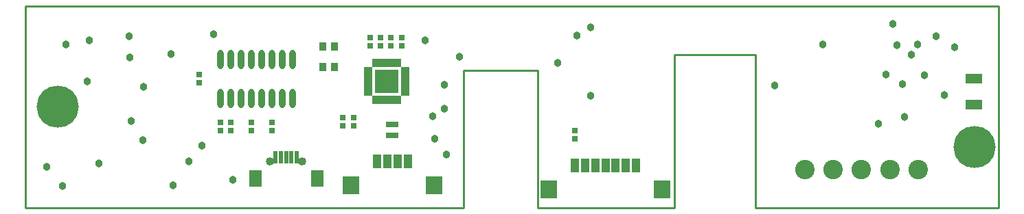
<source format=gts>
%FSLAX25Y25*%
%MOIN*%
G70*
G01*
G75*
G04 Layer_Color=8388736*
%ADD10R,0.03150X0.05906*%
%ADD11R,0.07087X0.07874*%
%ADD12R,0.07087X0.03937*%
%ADD13R,0.02362X0.02362*%
%ADD14R,0.01654X0.05315*%
%ADD15R,0.05512X0.07480*%
%ADD16R,0.01200X0.01800*%
%ADD17R,0.02756X0.03347*%
%ADD18R,0.10236X0.10236*%
%ADD19R,0.01200X0.03400*%
%ADD20R,0.03400X0.01200*%
%ADD21O,0.02362X0.08661*%
%ADD22C,0.08000*%
%ADD23C,0.01500*%
%ADD24C,0.02000*%
%ADD25C,0.01000*%
%ADD26C,0.01200*%
%ADD27C,0.00800*%
%ADD28C,0.04000*%
%ADD29C,0.05000*%
%ADD30R,0.07218X0.03143*%
%ADD31R,0.03500X0.16700*%
%ADD32R,0.14100X0.03143*%
%ADD33R,0.13100X0.05000*%
%ADD34R,0.03800X0.29600*%
%ADD35R,0.05600X0.30100*%
%ADD36R,0.26100X0.04400*%
%ADD37R,0.18600X0.15300*%
%ADD38C,0.19685*%
%ADD39C,0.08661*%
%ADD40C,0.03228*%
%ADD41C,0.03000*%
%ADD42C,0.02000*%
%ADD43C,0.04000*%
%ADD44R,0.05315X0.02559*%
%ADD45R,0.02362X0.02362*%
%ADD46R,0.03347X0.02756*%
%ADD47R,0.05118X0.03937*%
%ADD48R,0.02559X0.05315*%
%ADD49C,0.03000*%
%ADD50R,0.12464X0.03143*%
%ADD51R,0.13939X0.02900*%
%ADD52R,0.02800X0.15100*%
%ADD53C,0.00600*%
%ADD54C,0.02362*%
%ADD55C,0.00984*%
%ADD56C,0.01969*%
%ADD57C,0.00500*%
%ADD58C,0.00787*%
%ADD59R,0.03950X0.06706*%
%ADD60R,0.07887X0.08674*%
%ADD61R,0.07887X0.04737*%
%ADD62R,0.03162X0.03162*%
%ADD63R,0.02454X0.06115*%
%ADD64R,0.06312X0.08280*%
%ADD65R,0.02000X0.02600*%
%ADD66R,0.03556X0.04147*%
%ADD67R,0.11236X0.11236*%
%ADD68R,0.02200X0.04400*%
%ADD69R,0.04400X0.02200*%
%ADD70O,0.03162X0.09461*%
%ADD71C,0.20485*%
%ADD72C,0.09461*%
%ADD73C,0.04028*%
%ADD74C,0.03800*%
D25*
X354331Y-98425D02*
X472441D01*
X248700D02*
X314900D01*
X0D02*
Y0D01*
X472441D01*
X0Y-98425D02*
X212598D01*
X472441D02*
Y0D01*
X212598Y-98425D02*
Y-31496D01*
X212500D02*
X248700D01*
Y-98425D02*
Y-31496D01*
X354331Y-98425D02*
Y-23622D01*
X314900D02*
X354331D01*
X314900Y-98425D02*
Y-23622D01*
D59*
X296328Y-77600D02*
D03*
X291406D02*
D03*
X286485D02*
D03*
X281564D02*
D03*
X276642D02*
D03*
X271721D02*
D03*
X266800D02*
D03*
X170800Y-75669D02*
D03*
X175721D02*
D03*
X180642D02*
D03*
X185564D02*
D03*
D60*
X254005Y-89411D02*
D03*
X309123D02*
D03*
X198359Y-87480D02*
D03*
X158005D02*
D03*
D61*
X460300Y-48200D02*
D03*
Y-35405D02*
D03*
D62*
X266775Y-64737D02*
D03*
Y-60800D02*
D03*
X94600Y-60737D02*
D03*
Y-56800D02*
D03*
X99800Y-60737D02*
D03*
Y-56800D02*
D03*
X109700Y-60737D02*
D03*
Y-56800D02*
D03*
X119700Y-60737D02*
D03*
Y-56800D02*
D03*
X154100Y-58300D02*
D03*
Y-54363D02*
D03*
X159200Y-58300D02*
D03*
Y-54363D02*
D03*
X167400Y-15363D02*
D03*
Y-19300D02*
D03*
X172200Y-15363D02*
D03*
Y-19300D02*
D03*
X177200Y-15363D02*
D03*
Y-19300D02*
D03*
X182500Y-15363D02*
D03*
Y-19300D02*
D03*
X84400Y-33363D02*
D03*
Y-37300D02*
D03*
D63*
X126600Y-73700D02*
D03*
X124041D02*
D03*
X129159D02*
D03*
X131718D02*
D03*
X121482D02*
D03*
D64*
X111597Y-84232D02*
D03*
X141518D02*
D03*
D65*
X180100Y-62958D02*
D03*
X176131D02*
D03*
X178100D02*
D03*
X180100Y-57600D02*
D03*
X178100D02*
D03*
X176131D02*
D03*
D66*
X144255Y-29778D02*
D03*
X150161D02*
D03*
X144222Y-19604D02*
D03*
X150127D02*
D03*
D67*
X175400Y-36800D02*
D03*
D68*
X169494Y-27850D02*
D03*
X171463D02*
D03*
X173432D02*
D03*
X175400D02*
D03*
X177368D02*
D03*
X179337D02*
D03*
X181306D02*
D03*
Y-45750D02*
D03*
X179337D02*
D03*
X177368D02*
D03*
X175400D02*
D03*
X173432D02*
D03*
X171463D02*
D03*
X169494D02*
D03*
D69*
X184350Y-30895D02*
D03*
Y-32863D02*
D03*
Y-34832D02*
D03*
Y-36800D02*
D03*
Y-38769D02*
D03*
Y-40737D02*
D03*
Y-42706D02*
D03*
X166450D02*
D03*
Y-40737D02*
D03*
Y-38769D02*
D03*
Y-36800D02*
D03*
Y-34832D02*
D03*
Y-32863D02*
D03*
Y-30895D02*
D03*
D70*
X129700Y-26051D02*
D03*
X124700D02*
D03*
X119700D02*
D03*
X114700D02*
D03*
X109700D02*
D03*
X104700D02*
D03*
X99700D02*
D03*
X94700D02*
D03*
X129700Y-44949D02*
D03*
X124700D02*
D03*
X119700D02*
D03*
X114700D02*
D03*
X109700D02*
D03*
X104700D02*
D03*
X99700D02*
D03*
X94700D02*
D03*
D71*
X15748Y-49213D02*
D03*
X460630Y-68898D02*
D03*
D72*
X378200Y-79900D02*
D03*
X391980D02*
D03*
X405759D02*
D03*
X419539D02*
D03*
X433318D02*
D03*
D73*
X118726Y-75767D02*
D03*
X134474D02*
D03*
D74*
X420900Y-8900D02*
D03*
X417600Y-33500D02*
D03*
X451100Y-20000D02*
D03*
X430100Y-23900D02*
D03*
X425500Y-38000D02*
D03*
X197500Y-53900D02*
D03*
X198500Y-64800D02*
D03*
X274300Y-10500D02*
D03*
X433000Y-18700D02*
D03*
X436400Y-33700D02*
D03*
X446000Y-43500D02*
D03*
X274400Y-43900D02*
D03*
X210500Y-24900D02*
D03*
X50400Y-14700D02*
D03*
X30900Y-16800D02*
D03*
X79200Y-75900D02*
D03*
X57200Y-39300D02*
D03*
X51300Y-56200D02*
D03*
X35800Y-76900D02*
D03*
X18000Y-87900D02*
D03*
X10200Y-78500D02*
D03*
X91200Y-13700D02*
D03*
X70500Y-23400D02*
D03*
X29900Y-36700D02*
D03*
X19600Y-18900D02*
D03*
X50800Y-25000D02*
D03*
X100800Y-84900D02*
D03*
X85600Y-68000D02*
D03*
X71500Y-87400D02*
D03*
X56900Y-65400D02*
D03*
X204400Y-72500D02*
D03*
X203200Y-50100D02*
D03*
X267600Y-14500D02*
D03*
X258300Y-27800D02*
D03*
X194000Y-16700D02*
D03*
X203200Y-38300D02*
D03*
X442000Y-14900D02*
D03*
X387100Y-18700D02*
D03*
X363500Y-38900D02*
D03*
X414100Y-57400D02*
D03*
X426800Y-54100D02*
D03*
X423100Y-19100D02*
D03*
M02*

</source>
